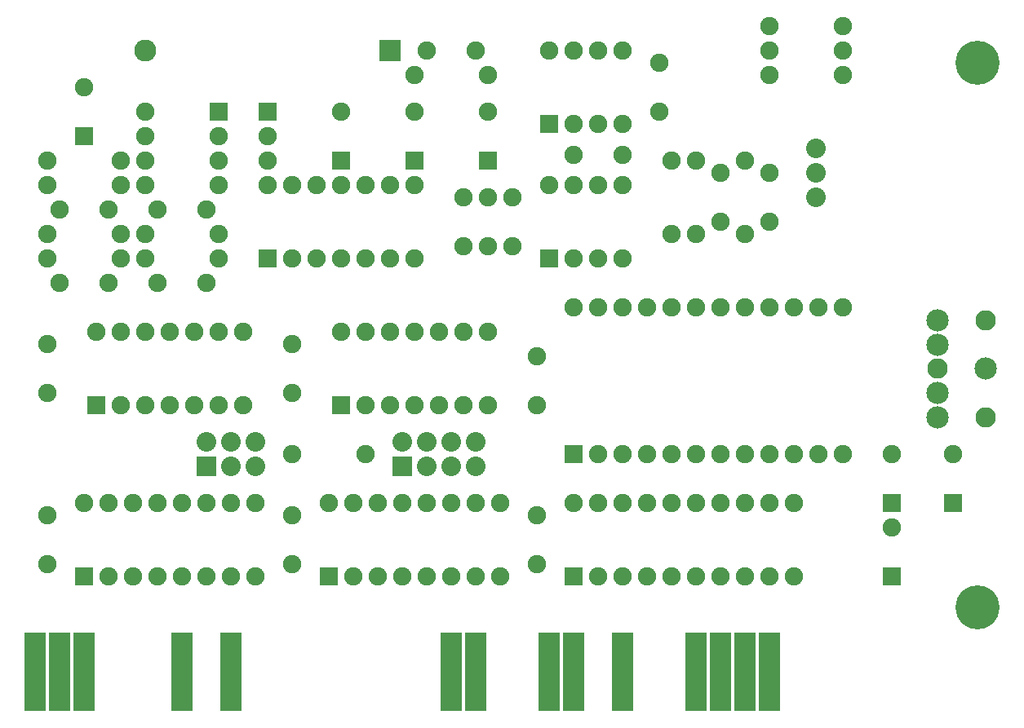
<source format=gbs>
G04 (created by PCBNEW-RS274X (2012-01-19 BZR 3256)-stable) date 9/26/2012 11:25:36 PM*
G01*
G70*
G90*
%MOIN*%
G04 Gerber Fmt 3.4, Leading zero omitted, Abs format*
%FSLAX34Y34*%
G04 APERTURE LIST*
%ADD10C,0.006000*%
%ADD11R,0.090000X0.320000*%
%ADD12C,0.180000*%
%ADD13C,0.090900*%
%ADD14C,0.083000*%
%ADD15C,0.075000*%
%ADD16R,0.075000X0.075000*%
%ADD17C,0.090000*%
%ADD18R,0.090000X0.090000*%
%ADD19R,0.080000X0.080000*%
%ADD20C,0.080000*%
G04 APERTURE END LIST*
G54D10*
G54D11*
X71000Y-47375D03*
X70000Y-47375D03*
X69000Y-47375D03*
X68000Y-47375D03*
X65000Y-47375D03*
X63000Y-47375D03*
X62000Y-47375D03*
X59000Y-47375D03*
X58000Y-47375D03*
X49000Y-47375D03*
X47000Y-47375D03*
X43000Y-47375D03*
X42000Y-47375D03*
X41000Y-47375D03*
G54D12*
X79500Y-22500D03*
X79500Y-44750D03*
G54D13*
X79819Y-35000D03*
X77850Y-33031D03*
X77850Y-34016D03*
X77850Y-35984D03*
X77850Y-36969D03*
G54D14*
X77850Y-35000D03*
X79819Y-33031D03*
X79819Y-36969D03*
G54D15*
X61500Y-41000D03*
X61500Y-43000D03*
X41500Y-41000D03*
X41500Y-43000D03*
X41500Y-34000D03*
X41500Y-36000D03*
X51500Y-34000D03*
X51500Y-36000D03*
X61500Y-34500D03*
X61500Y-36500D03*
X60500Y-30000D03*
X60500Y-28000D03*
X59500Y-28000D03*
X59500Y-30000D03*
X66500Y-22500D03*
X66500Y-24500D03*
G54D16*
X56500Y-26500D03*
G54D15*
X56500Y-24500D03*
X57000Y-22000D03*
X59000Y-22000D03*
X46000Y-28500D03*
X48000Y-28500D03*
X69000Y-27000D03*
X69000Y-29000D03*
X71000Y-27000D03*
X71000Y-29000D03*
G54D16*
X43000Y-43500D03*
G54D15*
X44000Y-43500D03*
X45000Y-43500D03*
X46000Y-43500D03*
X47000Y-43500D03*
X48000Y-43500D03*
X49000Y-43500D03*
X50000Y-43500D03*
X50000Y-40500D03*
X49000Y-40500D03*
X48000Y-40500D03*
X47000Y-40500D03*
X46000Y-40500D03*
X45000Y-40500D03*
X44000Y-40500D03*
X43000Y-40500D03*
G54D16*
X53000Y-43500D03*
G54D15*
X54000Y-43500D03*
X55000Y-43500D03*
X56000Y-43500D03*
X57000Y-43500D03*
X58000Y-43500D03*
X59000Y-43500D03*
X60000Y-43500D03*
X60000Y-40500D03*
X59000Y-40500D03*
X58000Y-40500D03*
X57000Y-40500D03*
X56000Y-40500D03*
X55000Y-40500D03*
X54000Y-40500D03*
X53000Y-40500D03*
G54D16*
X53500Y-36500D03*
G54D15*
X54500Y-36500D03*
X55500Y-36500D03*
X56500Y-36500D03*
X57500Y-36500D03*
X58500Y-36500D03*
X59500Y-36500D03*
X59500Y-33500D03*
X58500Y-33500D03*
X57500Y-33500D03*
X56500Y-33500D03*
X55500Y-33500D03*
X54500Y-33500D03*
X53500Y-33500D03*
G54D16*
X63000Y-38500D03*
G54D15*
X64000Y-38500D03*
X65000Y-38500D03*
X66000Y-38500D03*
X67000Y-38500D03*
X68000Y-38500D03*
X69000Y-38500D03*
X70000Y-38500D03*
X71000Y-38500D03*
X72000Y-38500D03*
X73000Y-38500D03*
X74000Y-38500D03*
X74000Y-32500D03*
X73000Y-32500D03*
X72000Y-32500D03*
X71000Y-32500D03*
X70000Y-32500D03*
X69000Y-32500D03*
X68000Y-32500D03*
X67000Y-32500D03*
X66000Y-32500D03*
X65000Y-32500D03*
X64000Y-32500D03*
X63000Y-32500D03*
G54D16*
X62000Y-30500D03*
G54D15*
X63000Y-30500D03*
X64000Y-30500D03*
X65000Y-30500D03*
X65000Y-27500D03*
X64000Y-27500D03*
X63000Y-27500D03*
X62000Y-27500D03*
G54D16*
X50500Y-30500D03*
G54D15*
X51500Y-30500D03*
X52500Y-30500D03*
X53500Y-30500D03*
X54500Y-30500D03*
X55500Y-30500D03*
X56500Y-30500D03*
X56500Y-27500D03*
X55500Y-27500D03*
X54500Y-27500D03*
X53500Y-27500D03*
X52500Y-27500D03*
X51500Y-27500D03*
X50500Y-27500D03*
G54D16*
X62000Y-25000D03*
G54D15*
X63000Y-25000D03*
X64000Y-25000D03*
X65000Y-25000D03*
X65000Y-22000D03*
X64000Y-22000D03*
X63000Y-22000D03*
X62000Y-22000D03*
G54D17*
X45500Y-22000D03*
G54D18*
X55500Y-22000D03*
G54D15*
X45500Y-24500D03*
G54D16*
X48500Y-24500D03*
G54D15*
X45500Y-30500D03*
X48500Y-30500D03*
X45500Y-29500D03*
X48500Y-29500D03*
X45500Y-26500D03*
X48500Y-26500D03*
X67000Y-26500D03*
X67000Y-29500D03*
X71000Y-23000D03*
X74000Y-23000D03*
X70000Y-26500D03*
X70000Y-29500D03*
X51500Y-38500D03*
X54500Y-38500D03*
X41500Y-29500D03*
X44500Y-29500D03*
X44500Y-30500D03*
X41500Y-30500D03*
X41500Y-26500D03*
X44500Y-26500D03*
X44500Y-27500D03*
X41500Y-27500D03*
X48500Y-25500D03*
X45500Y-25500D03*
X68000Y-29500D03*
X68000Y-26500D03*
X59500Y-23000D03*
X56500Y-23000D03*
X74000Y-22000D03*
X71000Y-22000D03*
G54D19*
X56000Y-39000D03*
G54D20*
X56000Y-38000D03*
X57000Y-39000D03*
X57000Y-38000D03*
X58000Y-39000D03*
X58000Y-38000D03*
X59000Y-39000D03*
X59000Y-38000D03*
G54D19*
X48000Y-39000D03*
G54D20*
X48000Y-38000D03*
X49000Y-39000D03*
X49000Y-38000D03*
X50000Y-39000D03*
X50000Y-38000D03*
G54D16*
X50500Y-24500D03*
G54D15*
X50500Y-25500D03*
X50500Y-26500D03*
X74000Y-21000D03*
X71000Y-21000D03*
G54D20*
X72900Y-28000D03*
X72900Y-27000D03*
X72900Y-26000D03*
G54D15*
X45500Y-27500D03*
X48500Y-27500D03*
G54D16*
X63000Y-43500D03*
G54D15*
X64000Y-43500D03*
X65000Y-43500D03*
X66000Y-43500D03*
X67000Y-43500D03*
X68000Y-43500D03*
X69000Y-43500D03*
X70000Y-43500D03*
X71000Y-43500D03*
X72000Y-43500D03*
X72000Y-40500D03*
X71000Y-40500D03*
X70000Y-40500D03*
X69000Y-40500D03*
X68000Y-40500D03*
X67000Y-40500D03*
X66000Y-40500D03*
X65000Y-40500D03*
X64000Y-40500D03*
X63000Y-40500D03*
G54D16*
X43500Y-36500D03*
G54D15*
X44500Y-36500D03*
X45500Y-36500D03*
X46500Y-36500D03*
X47500Y-36500D03*
X48500Y-36500D03*
X49500Y-36500D03*
X49500Y-33500D03*
X48500Y-33500D03*
X47500Y-33500D03*
X46500Y-33500D03*
X45500Y-33500D03*
X44500Y-33500D03*
X43500Y-33500D03*
X51500Y-41000D03*
X51500Y-43000D03*
X58500Y-28000D03*
X58500Y-30000D03*
X63000Y-26250D03*
X65000Y-26250D03*
G54D16*
X76000Y-43500D03*
G54D15*
X76000Y-41500D03*
G54D16*
X76000Y-40500D03*
G54D15*
X76000Y-38500D03*
G54D16*
X78500Y-40500D03*
G54D15*
X78500Y-38500D03*
G54D16*
X43000Y-25500D03*
G54D15*
X43000Y-23500D03*
G54D16*
X59500Y-26500D03*
G54D15*
X59500Y-24500D03*
G54D16*
X53500Y-26500D03*
G54D15*
X53500Y-24500D03*
X42000Y-31500D03*
X44000Y-31500D03*
X46000Y-31500D03*
X48000Y-31500D03*
X42000Y-28500D03*
X44000Y-28500D03*
M02*

</source>
